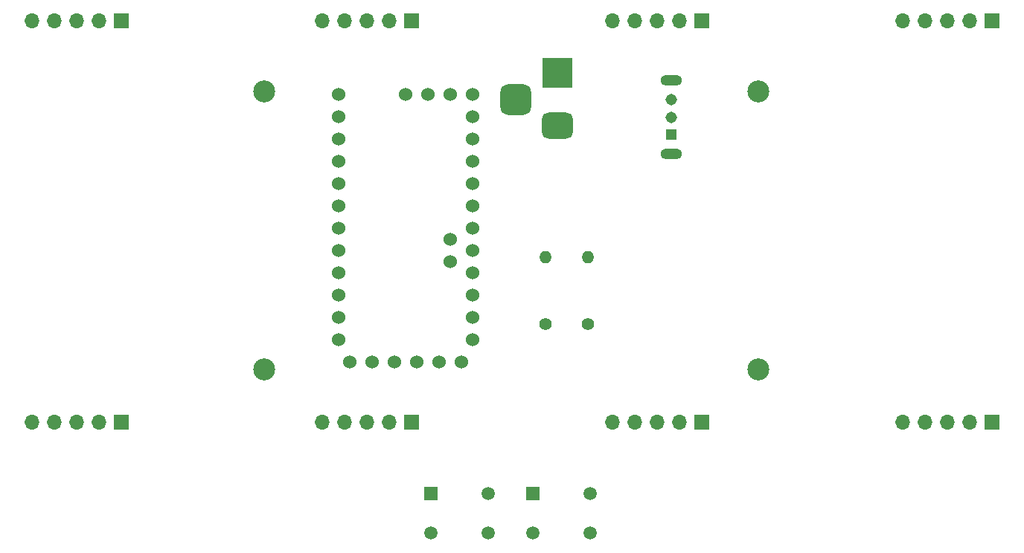
<source format=gbs>
%TF.GenerationSoftware,KiCad,Pcbnew,8.0.1*%
%TF.CreationDate,2024-04-15T16:39:27+10:00*%
%TF.ProjectId,4x8x8 LED Matrix Clock,34783878-3820-44c4-9544-204d61747269,rev?*%
%TF.SameCoordinates,Original*%
%TF.FileFunction,Soldermask,Bot*%
%TF.FilePolarity,Negative*%
%FSLAX46Y46*%
G04 Gerber Fmt 4.6, Leading zero omitted, Abs format (unit mm)*
G04 Created by KiCad (PCBNEW 8.0.1) date 2024-04-15 16:39:27*
%MOMM*%
%LPD*%
G01*
G04 APERTURE LIST*
G04 Aperture macros list*
%AMRoundRect*
0 Rectangle with rounded corners*
0 $1 Rounding radius*
0 $2 $3 $4 $5 $6 $7 $8 $9 X,Y pos of 4 corners*
0 Add a 4 corners polygon primitive as box body*
4,1,4,$2,$3,$4,$5,$6,$7,$8,$9,$2,$3,0*
0 Add four circle primitives for the rounded corners*
1,1,$1+$1,$2,$3*
1,1,$1+$1,$4,$5*
1,1,$1+$1,$6,$7*
1,1,$1+$1,$8,$9*
0 Add four rect primitives between the rounded corners*
20,1,$1+$1,$2,$3,$4,$5,0*
20,1,$1+$1,$4,$5,$6,$7,0*
20,1,$1+$1,$6,$7,$8,$9,0*
20,1,$1+$1,$8,$9,$2,$3,0*%
G04 Aperture macros list end*
%ADD10C,1.524000*%
%ADD11R,1.700000X1.700000*%
%ADD12O,1.700000X1.700000*%
%ADD13C,2.500000*%
%ADD14R,3.500000X3.500000*%
%ADD15RoundRect,0.750000X1.000000X-0.750000X1.000000X0.750000X-1.000000X0.750000X-1.000000X-0.750000X0*%
%ADD16RoundRect,0.875000X0.875000X-0.875000X0.875000X0.875000X-0.875000X0.875000X-0.875000X-0.875000X0*%
%ADD17R,1.308000X1.308000*%
%ADD18C,1.308000*%
%ADD19O,2.460000X1.230000*%
%ADD20R,1.508000X1.508000*%
%ADD21C,1.508000*%
%ADD22C,1.400000*%
%ADD23O,1.400000X1.400000*%
G04 APERTURE END LIST*
D10*
%TO.C,U1*%
X155035000Y-99465000D03*
X155035000Y-96925000D03*
X155035000Y-94385000D03*
X155035000Y-91845000D03*
X155035000Y-89305000D03*
X155035000Y-86765000D03*
X155035000Y-84225000D03*
X155035000Y-81685000D03*
X155035000Y-79145000D03*
X155035000Y-76605000D03*
X155035000Y-74065000D03*
X155035000Y-71525000D03*
X162655000Y-71525000D03*
X165195000Y-71525000D03*
X167735000Y-71525000D03*
X170275000Y-71525000D03*
X170275000Y-74065000D03*
X170275000Y-76605000D03*
X170275000Y-79145000D03*
X170275000Y-81685000D03*
X170275000Y-84225000D03*
X170275000Y-86765000D03*
X170275000Y-89305000D03*
X170275000Y-91845000D03*
X170275000Y-94385000D03*
X170275000Y-96925000D03*
X170275000Y-99465000D03*
X169005000Y-102005000D03*
X166465000Y-102005000D03*
X163925000Y-102005000D03*
X161385000Y-102005000D03*
X158845000Y-102005000D03*
X156305000Y-102005000D03*
X167735000Y-88035000D03*
X167735000Y-90575000D03*
%TD*%
D11*
%TO.C,J8*%
X229433200Y-108813600D03*
D12*
X226893200Y-108813600D03*
X224353200Y-108813600D03*
X221813200Y-108813600D03*
X219273200Y-108813600D03*
%TD*%
D13*
%TO.C,H3*%
X202800000Y-71200000D03*
%TD*%
D14*
%TO.C,J1*%
X179942500Y-69100000D03*
D15*
X179942500Y-75100000D03*
D16*
X175242500Y-72100000D03*
%TD*%
D13*
%TO.C,H4*%
X202800000Y-102850000D03*
%TD*%
D11*
%TO.C,J5*%
X163372800Y-63093600D03*
D12*
X160832800Y-63093600D03*
X158292800Y-63093600D03*
X155752800Y-63093600D03*
X153212800Y-63093600D03*
%TD*%
%TO.C,J6*%
X186227800Y-108813600D03*
X188767800Y-108813600D03*
X191307800Y-108813600D03*
X193847800Y-108813600D03*
D11*
X196387800Y-108813600D03*
%TD*%
D17*
%TO.C,S1*%
X192900000Y-76100000D03*
D18*
X192900000Y-74100000D03*
X192900000Y-72100000D03*
D19*
X192900000Y-78300000D03*
X192900000Y-69900000D03*
%TD*%
D20*
%TO.C,S3*%
X177150000Y-117000000D03*
D21*
X183650000Y-117000000D03*
X177150000Y-121500000D03*
X183650000Y-121500000D03*
%TD*%
D13*
%TO.C,H2*%
X146600000Y-102850000D03*
%TD*%
%TO.C,H1*%
X146600000Y-71200000D03*
%TD*%
D11*
%TO.C,J7*%
X196387800Y-63093600D03*
D12*
X193847800Y-63093600D03*
X191307800Y-63093600D03*
X188767800Y-63093600D03*
X186227800Y-63093600D03*
%TD*%
%TO.C,J2*%
X120192800Y-108813600D03*
X122732800Y-108813600D03*
X125272800Y-108813600D03*
X127812800Y-108813600D03*
D11*
X130352800Y-108813600D03*
%TD*%
D22*
%TO.C,R1*%
X178600000Y-97710000D03*
D23*
X178600000Y-90090000D03*
%TD*%
D21*
%TO.C,S2*%
X172050000Y-121500000D03*
X165550000Y-121500000D03*
X172050000Y-117000000D03*
D20*
X165550000Y-117000000D03*
%TD*%
D11*
%TO.C,J9*%
X229433200Y-63093600D03*
D12*
X226893200Y-63093600D03*
X224353200Y-63093600D03*
X221813200Y-63093600D03*
X219273200Y-63093600D03*
%TD*%
D22*
%TO.C,R2*%
X183388000Y-97688400D03*
D23*
X183388000Y-90068400D03*
%TD*%
D11*
%TO.C,J3*%
X130327400Y-63093600D03*
D12*
X127787400Y-63093600D03*
X125247400Y-63093600D03*
X122707400Y-63093600D03*
X120167400Y-63093600D03*
%TD*%
D11*
%TO.C,J4*%
X163372800Y-108813600D03*
D12*
X160832800Y-108813600D03*
X158292800Y-108813600D03*
X155752800Y-108813600D03*
X153212800Y-108813600D03*
%TD*%
M02*

</source>
